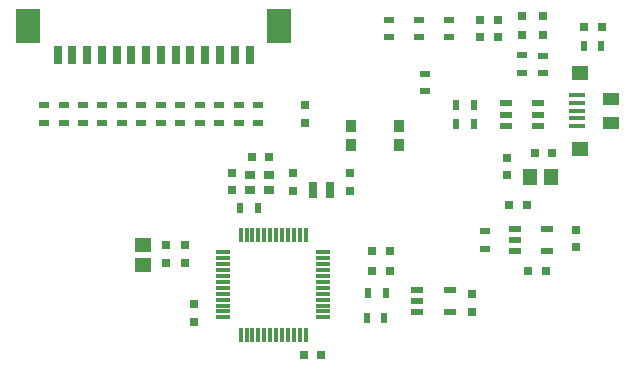
<source format=gtp>
G04*
G04 #@! TF.GenerationSoftware,Altium Limited,Altium Designer,19.0.12 (326)*
G04*
G04 Layer_Color=8421504*
%FSAX25Y25*%
%MOIN*%
G70*
G01*
G75*
%ADD18R,0.03543X0.02362*%
%ADD19R,0.02362X0.03543*%
%ADD20R,0.05787X0.04685*%
%ADD21R,0.04685X0.05787*%
%ADD22R,0.03150X0.03150*%
%ADD23R,0.03150X0.03150*%
%ADD24R,0.03937X0.02362*%
%ADD25R,0.08268X0.11811*%
%ADD26R,0.03150X0.06299*%
%ADD27R,0.03543X0.03937*%
%ADD28R,0.01181X0.04724*%
%ADD29R,0.04724X0.01181*%
%ADD30R,0.02953X0.05512*%
%ADD31R,0.03543X0.03150*%
%ADD32C,0.00039*%
%ADD33R,0.05512X0.04724*%
%ADD34R,0.05480X0.04102*%
%ADD35R,0.05512X0.01575*%
D18*
X0449545Y0395866D02*
D03*
Y0389961D02*
D03*
X0457547Y0413953D02*
D03*
Y0408047D02*
D03*
X0447500D02*
D03*
Y0413953D02*
D03*
X0437500D02*
D03*
Y0408047D02*
D03*
X0482000Y0396094D02*
D03*
Y0402000D02*
D03*
X0489000Y0396047D02*
D03*
Y0401953D02*
D03*
X0469500Y0343453D02*
D03*
Y0337547D02*
D03*
X0394000Y0379500D02*
D03*
Y0385405D02*
D03*
X0387514Y0379500D02*
D03*
Y0385405D02*
D03*
X0381028Y0379500D02*
D03*
Y0385405D02*
D03*
X0374542Y0379500D02*
D03*
Y0385405D02*
D03*
X0361570Y0379500D02*
D03*
Y0385405D02*
D03*
X0355084Y0379500D02*
D03*
Y0385405D02*
D03*
X0342112Y0379500D02*
D03*
Y0385405D02*
D03*
X0335626Y0379500D02*
D03*
Y0385405D02*
D03*
X0329139Y0379500D02*
D03*
Y0385405D02*
D03*
X0322654Y0379500D02*
D03*
Y0385405D02*
D03*
X0368056Y0379500D02*
D03*
Y0385405D02*
D03*
X0348598Y0379500D02*
D03*
Y0385405D02*
D03*
D19*
X0430579Y0322736D02*
D03*
X0436484D02*
D03*
X0436091Y0314370D02*
D03*
X0430185D02*
D03*
X0388059Y0350984D02*
D03*
X0393965D02*
D03*
X0502500Y0405000D02*
D03*
X0508405D02*
D03*
X0460106Y0379055D02*
D03*
X0466012D02*
D03*
X0460106Y0385555D02*
D03*
X0466012D02*
D03*
D20*
X0355579Y0331968D02*
D03*
Y0338701D02*
D03*
D21*
X0484768Y0361500D02*
D03*
X0491500D02*
D03*
D22*
X0468047Y0408047D02*
D03*
X0473953D02*
D03*
X0468047Y0413953D02*
D03*
X0473953D02*
D03*
X0432055Y0330118D02*
D03*
X0437961D02*
D03*
X0431957Y0336829D02*
D03*
X0437862D02*
D03*
X0415098Y0301969D02*
D03*
X0409193D02*
D03*
X0397705Y0368110D02*
D03*
X0391799D02*
D03*
X0508453Y0411500D02*
D03*
X0502547D02*
D03*
X0492060Y0369500D02*
D03*
X0486154D02*
D03*
X0477547Y0352000D02*
D03*
X0483453D02*
D03*
X0489953Y0330000D02*
D03*
X0484047D02*
D03*
D23*
X0369555Y0338681D02*
D03*
Y0332776D02*
D03*
X0372606Y0313189D02*
D03*
Y0319094D02*
D03*
X0363158Y0338779D02*
D03*
Y0332874D02*
D03*
X0465421Y0316437D02*
D03*
Y0322342D02*
D03*
X0424645Y0356754D02*
D03*
Y0362660D02*
D03*
X0405645Y0356753D02*
D03*
Y0362659D02*
D03*
X0409500Y0379500D02*
D03*
Y0385405D02*
D03*
X0385303Y0356988D02*
D03*
Y0362894D02*
D03*
X0477000Y0362047D02*
D03*
Y0367953D02*
D03*
X0500000Y0343953D02*
D03*
Y0338047D02*
D03*
X0482000Y0408850D02*
D03*
X0482000Y0415150D02*
D03*
X0489000Y0408850D02*
D03*
X0489000Y0415150D02*
D03*
D24*
X0476543Y0378543D02*
D03*
Y0382283D02*
D03*
Y0386024D02*
D03*
X0487370D02*
D03*
Y0382283D02*
D03*
Y0378543D02*
D03*
X0479587Y0344240D02*
D03*
Y0340500D02*
D03*
Y0336760D02*
D03*
X0490413D02*
D03*
Y0344240D02*
D03*
X0446976Y0323917D02*
D03*
Y0320177D02*
D03*
Y0316437D02*
D03*
X0457803D02*
D03*
Y0323917D02*
D03*
D25*
X0317118Y0411842D02*
D03*
X0400976D02*
D03*
D26*
X0327157Y0402000D02*
D03*
X0332079D02*
D03*
X0337000D02*
D03*
X0341921D02*
D03*
X0346843D02*
D03*
X0351764D02*
D03*
X0356685D02*
D03*
X0361606D02*
D03*
X0366528D02*
D03*
X0371449D02*
D03*
X0376370D02*
D03*
X0381291D02*
D03*
X0386213D02*
D03*
X0391134D02*
D03*
D27*
X0424843Y0378524D02*
D03*
X0440984D02*
D03*
Y0372224D02*
D03*
X0424843D02*
D03*
D28*
X0409827Y0342232D02*
D03*
X0407858D02*
D03*
X0405890D02*
D03*
X0403921D02*
D03*
X0401953D02*
D03*
X0399984D02*
D03*
X0398016D02*
D03*
X0396047D02*
D03*
X0394079D02*
D03*
X0392110D02*
D03*
X0390142D02*
D03*
X0388173D02*
D03*
Y0308768D02*
D03*
X0390142D02*
D03*
X0392110D02*
D03*
X0394079D02*
D03*
X0396047D02*
D03*
X0398016D02*
D03*
X0399984D02*
D03*
X0401953D02*
D03*
X0403921D02*
D03*
X0405890D02*
D03*
X0407858D02*
D03*
X0409827D02*
D03*
D29*
X0382268Y0336327D02*
D03*
Y0334358D02*
D03*
Y0332390D02*
D03*
Y0330421D02*
D03*
Y0328453D02*
D03*
Y0326484D02*
D03*
Y0324516D02*
D03*
Y0322547D02*
D03*
Y0320579D02*
D03*
Y0318610D02*
D03*
Y0316642D02*
D03*
Y0314673D02*
D03*
X0415732D02*
D03*
Y0316642D02*
D03*
Y0318610D02*
D03*
Y0320579D02*
D03*
Y0322547D02*
D03*
Y0324516D02*
D03*
Y0326484D02*
D03*
Y0328453D02*
D03*
Y0330421D02*
D03*
Y0332390D02*
D03*
Y0334358D02*
D03*
Y0336327D02*
D03*
D30*
X0412145Y0357000D02*
D03*
X0417854D02*
D03*
D31*
X0397705Y0362008D02*
D03*
X0391209D02*
D03*
Y0357087D02*
D03*
X0397705D02*
D03*
D32*
X0511500Y0313610D02*
D03*
X0506500Y0313295D02*
D03*
X0511500Y0318610D02*
D03*
X0506500D02*
D03*
X0511500Y0323610D02*
D03*
X0506500Y0323610D02*
D03*
D33*
X0501165Y0370937D02*
D03*
Y0396134D02*
D03*
D34*
X0511500Y0379500D02*
D03*
Y0387571D02*
D03*
D35*
X0500280Y0378417D02*
D03*
Y0386094D02*
D03*
Y0388653D02*
D03*
Y0383535D02*
D03*
Y0380976D02*
D03*
M02*

</source>
